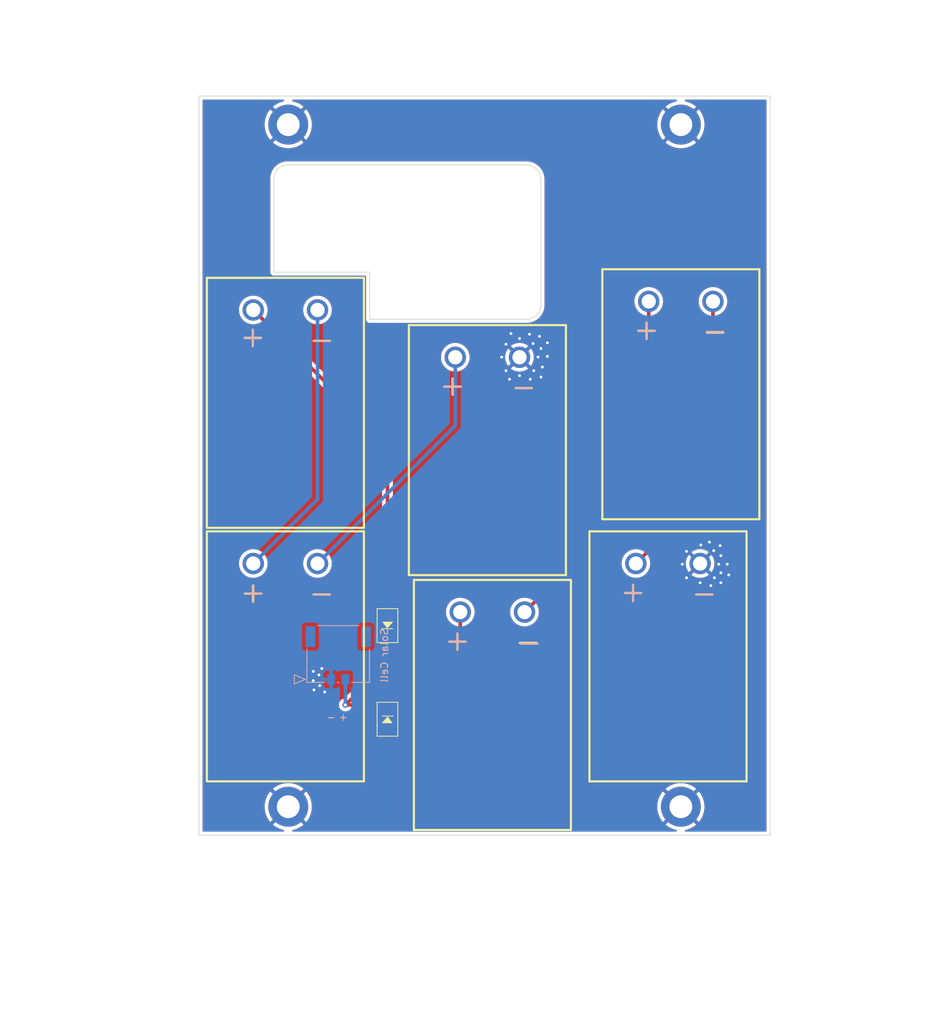
<source format=kicad_pcb>
(kicad_pcb (version 20211014) (generator pcbnew)
  (title_block (title "Solar Panel (USB side)") (date "2023-02-06") (rev "4"))
  (layers (0 "F.Cu" signal) (31 "B.Cu" signal) (34 "B.Paste" user) (35 "F.Paste" user) (36 "B.SilkS" user "B.Silkscreen") (37 "F.SilkS" user "F.Silkscreen") (38 "B.Mask" user) (39 "F.Mask" user) (44 "Edge.Cuts" user))
  (net 0 "")
  (net 1 "GND")
  (net 2 "Net-(SC1-Pad2)")
  (net 3 "Net-(D1-Pad2)")
  (net 4 "Net-(D2-Pad2)")
  (net 5 "Net-(SC2-Pad2)")
  (net 6 "Net-(SC4-Pad2)")
  (net 7 "Net-(SC5-Pad2)")
  (net 8 "VSOLAR")
  (footprint "MountingHole:MountingHole_3.2mm_M3_DIN965_Pad" (layer "F.Cu") (at 84.6 42.75)
    (fp_text reference "H1")
    (fp_text value "MountingHole_Pad")
    (pad "1" thru_hole circle (at 0 0) (size 5.6 5.6) (drill 3.2) (layers *.Cu *.Mask) (net 1 "GND"))
  )
  (footprint "ISP:SM101K07TF" (layer "F.Cu") (at 113.7 124 90)
    (fp_text reference "SC1")
    (fp_text value "SM101K07TF")
    (fp_text user "+" (at 8.85 -5.63 90) (layer "B.SilkS") (effects (font (size 3 3) (thickness 0.3)) (justify mirror)))
    (fp_text user "-" (at 8.92 4.5 180) (layer "F.SilkS") (effects (font (size 3 3) (thickness 0.3))))
    (fp_line (start 17.5 10.5) (end -17.5 10.5) (layer "F.SilkS") (width 0.3))
    (fp_line (start -17.5 10.5) (end -17.5 -11.5) (layer "F.SilkS") (width 0.3))
    (fp_line (start -17.5 -11.5) (end 17.5 -11.5) (layer "F.SilkS") (width 0.3))
    (fp_line (start 17.5 -11.5) (end 17.5 10.5) (layer "F.SilkS") (width 0.3))
    (pad "1" thru_hole circle (at 13 -5 90) (size 3 3) (drill 2) (layers *.Mask "F.Cu" "In1.Cu" "B.Cu") (net 3 "Net-(D1-Pad2)"))
    (pad "2" thru_hole circle (at 13 4 90) (size 3 3) (drill 2) (layers *.Mask "F.Cu" "In1.Cu" "B.Cu") (net 2 "Net-(SC1-Pad2)"))
  )
  (footprint "ISP:SM101K07TF" (layer "F.Cu") (at 138.3 117.2 90)
    (fp_text reference "SC3")
    (fp_text value "SM101K07TF")
    (fp_text user "+" (at 8.89 -5.62 90) (layer "B.SilkS") (effects (font (size 3 3) (thickness 0.3))))
    (fp_text user "-" (at 8.89 4.58) (layer "F.SilkS") (effects (font (size 3 3) (thickness 0.3))))
    (fp_line (start 17.5 -11.5) (end 17.5 10.5) (layer "F.SilkS") (width 0.3))
    (fp_line (start -17.5 10.5) (end -17.5 -11.5) (layer "F.SilkS") (width 0.3))
    (fp_line (start 17.5 10.5) (end -17.5 10.5) (layer "F.SilkS") (width 0.3))
    (fp_line (start -17.5 -11.5) (end 17.5 -11.5) (layer "F.SilkS") (width 0.3))
    (pad "1" thru_hole circle (at 13 -5 90) (size 3 3) (drill 2) (layers *.Mask "F.Cu" "In1.Cu" "B.Cu") (net 5 "Net-(SC2-Pad2)"))
    (pad "2" thru_hole circle (at 13 4 90) (size 3 3) (drill 2) (layers *.Mask "F.Cu" "In1.Cu" "B.Cu") (net 1 "GND"))
  )
  (footprint "ISP:DO-214AC" (layer "F.Cu") (at 98.5 112.9 90)
    (fp_text reference "D2")
    (fp_text value "CDBA240LL-HF")
    (fp_line (start -2.375 -1.45) (end 2.375 -1.45) (layer "F.SilkS") (width 0.12))
    (fp_line (start -2.375 1.45) (end 2.375 1.45) (layer "F.SilkS") (width 0.12))
    (fp_line (start -2.375 1.45) (end -2.375 -1.45) (layer "F.SilkS") (width 0.12))
    (fp_line (start 2.375 1.45) (end 2.375 -1.45) (layer "F.SilkS") (width 0.12))
    (fp_line (start -0.4318 -0.8128) (end -0.4318 0.7366) (layer "F.SilkS") (width 0.12))
    (fp_poly (pts (xy 0.508 0.7112) (xy -0.3048 -0.0254) (xy 0.508 -0.635)) (layer "F.SilkS") (width 0.1) (fill solid))
    (pad "1" smd rect (at -2 0 90) (size 2.5 1.7) (layers "F.Cu" "F.Paste" "F.Mask") (net 8 "VSOLAR"))
    (pad "2" smd rect (at 2 0 90) (size 2.5 1.7) (layers "F.Cu" "F.Paste" "F.Mask") (net 4 "Net-(D2-Pad2)"))
  )
  (footprint "MountingHole:MountingHole_3.2mm_M3_DIN965_Pad" (layer "F.Cu") (at 139.6 138.25)
    (fp_text reference "H7")
    (fp_text value "MountingHole_Pad")
    (pad "1" thru_hole circle (at 0 0) (size 5.6 5.6) (drill 3.2) (layers *.Cu *.Mask) (net 1 "GND"))
  )
  (footprint "ISP:SM101K07TF" (layer "F.Cu") (at 84.7 117.2 90)
    (fp_text reference "SC5")
    (fp_text value "SM101K07TF")
    (fp_text user "+" (at 8.8 -5.2 90) (layer "B.SilkS") (effects (font (size 3 3) (thickness 0.3))))
    (fp_text user "-" (at 8.89 4.58) (layer "F.SilkS") (effects (font (size 3 3) (thickness 0.3))))
    (fp_line (start -17.5 -11.5) (end 17.5 -11.5) (layer "F.SilkS") (width 0.3))
    (fp_line (start 17.5 -11.5) (end 17.5 10.5) (layer "F.SilkS") (width 0.3))
    (fp_line (start -17.5 10.5) (end -17.5 -11.5) (layer "F.SilkS") (width 0.3))
    (fp_line (start 17.5 10.5) (end -17.5 10.5) (layer "F.SilkS") (width 0.3))
    (pad "1" thru_hole circle (at 13 -5 90) (size 3 3) (drill 2) (layers *.Mask "F.Cu" "In1.Cu" "B.Cu") (net 6 "Net-(SC4-Pad2)"))
    (pad "2" thru_hole circle (at 13 4 90) (size 3 3) (drill 2) (layers *.Mask "F.Cu" "In1.Cu" "B.Cu") (net 7 "Net-(SC5-Pad2)"))
  )
  (footprint "ISP:SM101K07TF" (layer "F.Cu") (at 140.1 80.5 90)
    (fp_text reference "SC2")
    (fp_text value "SM101K07TF")
    (fp_text user "+" (at 8.9 -5.56 90) (layer "B.SilkS") (effects (font (size 3 3) (thickness 0.3))))
    (fp_line (start -17.5 10.5) (end -17.5 -11.5) (layer "F.SilkS") (width 0.3))
    (fp_line (start 17.5 10.5) (end -17.5 10.5) (layer "F.SilkS") (width 0.3))
    (fp_line (start 17.5 -11.5) (end 17.5 10.5) (layer "F.SilkS") (width 0.3))
    (fp_line (start -17.5 -11.5) (end 17.5 -11.5) (layer "F.SilkS") (width 0.3))
    (pad "1" thru_hole circle (at 13 -5 90) (size 3 3) (drill 2) (layers *.Mask "F.Cu" "In1.Cu" "B.Cu") (net 2 "Net-(SC1-Pad2)"))
    (pad "2" thru_hole circle (at 13 4 90) (size 3 3) (drill 2) (layers *.Mask "F.Cu" "In1.Cu" "B.Cu") (net 5 "Net-(SC2-Pad2)"))
  )
  (footprint "ISP:DO-214AC" (layer "F.Cu") (at 98.5 126 -90)
    (fp_text reference "D1")
    (fp_text value "CDBA240LL-HF")
    (fp_line (start -0.4318 -0.8128) (end -0.4318 0.7366) (layer "F.SilkS") (width 0.12))
    (fp_line (start -2.375 1.45) (end 2.375 1.45) (layer "F.SilkS") (width 0.12))
    (fp_line (start -2.375 -1.45) (end 2.375 -1.45) (layer "F.SilkS") (width 0.12))
    (fp_line (start -2.375 1.45) (end -2.375 -1.45) (layer "F.SilkS") (width 0.12))
    (fp_line (start 2.375 1.45) (end 2.375 -1.45) (layer "F.SilkS") (width 0.12))
    (fp_poly (pts (xy 0.508 0.7112) (xy -0.3048 -0.0254) (xy 0.508 -0.635)) (layer "F.SilkS") (width 0.1) (fill solid))
    (pad "1" smd rect (at -2 0 270) (size 2.5 1.7) (layers "F.Cu" "F.Paste" "F.Mask") (net 8 "VSOLAR"))
    (pad "2" smd rect (at 2 0 270) (size 2.5 1.7) (layers "F.Cu" "F.Paste" "F.Mask") (net 3 "Net-(D1-Pad2)"))
  )
  (footprint "MountingHole:MountingHole_3.2mm_M3_DIN965_Pad" (layer "F.Cu") (at 84.6 138.25)
    (fp_text reference "H5")
    (fp_text value "MountingHole_Pad")
    (pad "1" thru_hole circle (at 0 0) (size 5.6 5.6) (drill 3.2) (layers *.Cu *.Mask) (net 1 "GND"))
  )
  (footprint "ISP:SM101K07TF" (layer "F.Cu") (at 84.7 81.7 90)
    (fp_text reference "SC4")
    (fp_text value "SM101K07TF")
    (fp_text user "-" (at 8.89 4.6 180) (layer "B.SilkS") (effects (font (size 3 3) (thickness 0.3)) (justify mirror)))
    (fp_text user "+" (at 9.1 -5.3 90) (layer "F.SilkS") (effects (font (size 3 3) (thickness 0.3))))
    (fp_line (start 17.5 10.5) (end -17.5 10.5) (layer "F.SilkS") (width 0.3))
    (fp_line (start -17.5 -11.5) (end 17.5 -11.5) (layer "F.SilkS") (width 0.3))
    (fp_line (start -17.5 10.5) (end -17.5 -11.5) (layer "F.SilkS") (width 0.3))
    (fp_line (start 17.5 -11.5) (end 17.5 10.5) (layer "F.SilkS") (width 0.3))
    (pad "1" thru_hole circle (at 13 -5 90) (size 3 3) (drill 2) (layers *.Mask "F.Cu" "In1.Cu" "B.Cu") (net 4 "Net-(D2-Pad2)"))
    (pad "2" thru_hole circle (at 13 4 90) (size 3 3) (drill 2) (layers *.Mask "F.Cu" "In1.Cu" "B.Cu") (net 6 "Net-(SC4-Pad2)"))
  )
  (footprint "MountingHole:MountingHole_3.2mm_M3_DIN965_Pad" (layer "F.Cu") (at 139.6 42.75)
    (fp_text reference "H4")
    (fp_text value "MountingHole_Pad")
    (pad "1" thru_hole circle (at 0 0) (size 5.6 5.6) (drill 3.2) (layers *.Cu *.Mask) (net 1 "GND"))
  )
  (footprint "ISP:SM101K07TF" (layer "F.Cu") (at 113 88.32 90)
    (fp_text reference "SC6")
    (fp_text value "SM101K07TF")
    (fp_text user "-" (at 8.89 4.58 180) (layer "B.SilkS") (effects (font (size 3 3) (thickness 0.3)) (justify mirror)))
    (fp_text user "+" (at 8.89 -5.58 90) (layer "B.SilkS") (effects (font (size 3 3) (thickness 0.3))))
    (fp_line (start -17.5 -11.5) (end 17.5 -11.5) (layer "F.SilkS") (width 0.3))
    (fp_line (start 17.5 -11.5) (end 17.5 10.5) (layer "F.SilkS") (width 0.3))
    (fp_line (start 17.5 10.5) (end -17.5 10.5) (layer "F.SilkS") (width 0.3))
    (fp_line (start -17.5 10.5) (end -17.5 -11.5) (layer "F.SilkS") (width 0.3))
    (pad "1" thru_hole circle (at 13 -5 90) (size 3 3) (drill 2) (layers *.Mask "F.Cu" "In1.Cu" "B.Cu") (net 7 "Net-(SC5-Pad2)"))
    (pad "2" thru_hole circle (at 13 4 90) (size 3 3) (drill 2) (layers *.Mask "F.Cu" "In1.Cu" "B.Cu") (net 1 "GND"))
  )
  (footprint "Molex_PicoLock_2p_2mm_2053380002:2053380002" (layer "B.Cu") (at 90.605 120.42 180)
    (fp_text reference "J1")
    (fp_text value "Solar Cell" (at -7.475 3.34 270) (layer "B.SilkS") (effects (justify mirror)))
    (fp_line (start 3.628992 0) (end 5.152992 0.635) (layer "B.SilkS") (width 0.12))
    (fp_line (start -5.374991 4.20496) (end -5.374991 -0.425) (layer "B.SilkS") (width 0.12))
    (fp_line (start -5.374991 -0.425) (end -2.870041 -0.425) (layer "B.SilkS") (width 0.12))
    (fp_line (start 3.374992 -0.425) (end 3.374992 4.20496) (layer "B.SilkS") (width 0.12))
    (fp_line (start 5.152992 0.635) (end 5.152992 -0.635) (layer "B.SilkS") (width 0.12))
    (fp_line (start -1.129961 -0.425) (end -0.87004 -0.425) (layer "B.SilkS") (width 0.12))
    (fp_line (start 5.152992 -0.635) (end 3.628992 0) (layer "B.SilkS") (width 0.12))
    (fp_line (start 0.87004 -0.425) (end 3.374992 -0.425) (layer "B.SilkS") (width 0.12))
    (fp_line (start 1.915982 7.525) (end -3.915981 7.525) (layer "B.SilkS") (width 0.12))
    (pad "1" smd rect (at 0 0 180) (size 1.1 1.45) (layers "B.Cu" "B.Paste" "B.Mask") (net 1 "GND"))
    (pad "2" smd rect (at -2.000001 0 180) (size 1.1 1.45) (layers "B.Cu" "B.Paste" "B.Mask") (net 8 "VSOLAR"))
    (pad "3" smd rect (at 2.894998 5.974999 180) (size 1.35 2.899999) (layers "B.Cu" "B.Paste" "B.Mask"))
    (pad "4" smd rect (at -4.894997 5.974999 180) (size 1.35 2.899999) (layers "B.Cu" "B.Paste" "B.Mask"))
  )
  (gr_line (start 143.6 38.75) (end 152.1 38.75) (layer "Edge.Cuts") (width 0.1))
  (gr_line (start 96 70) (end 96 63.4) (layer "Edge.Cuts") (width 0.1))
  (gr_line (start 80.6 142.25) (end 88.6 142.25) (layer "Edge.Cuts") (width 0.1))
  (gr_line (start 135.6 142.25) (end 88.6 142.25) (layer "Edge.Cuts") (width 0.1))
  (gr_line (start 80.65 38.75) (end 88.65 38.75) (layer "Edge.Cuts") (width 0.1))
  (gr_line (start 135.6 38.75) (end 143.6 38.75) (layer "Edge.Cuts") (width 0.1))
  (gr_line (start 152.1 38.75) (end 152.1 142.25) (layer "Edge.Cuts") (width 0.1))
  (gr_line (start 80.6 142.25) (end 72.1 142.25) (layer "Edge.Cuts") (width 0.1))
  (gr_line (start 82.6 63.4) (end 82.6 50.414214) (layer "Edge.Cuts") (width 0.1))
  (gr_line (start 143.6 142.25) (end 152.1 142.25) (layer "Edge.Cuts") (width 0.1))
  (gr_line (start 96 70) (end 117.99436 70) (layer "Edge.Cuts") (width 0.1))
  (gr_arc (start 120 68.085786) (mid 119.379544 69.443519) (end 117.99436 70) (layer "Edge.Cuts") (width 0.1))
  (gr_arc (start 117.989127 48.4) (mid 119.403845 48.998504) (end 120 50.414214) (layer "Edge.Cuts") (width 0.1))
  (gr_arc (start 82.6 50.414214) (mid 83.150133 48.960414) (end 84.6 48.4) (layer "Edge.Cuts") (width 0.1))
  (gr_line (start 135.6 142.25) (end 143.6 142.25) (layer "Edge.Cuts") (width 0.1))
  (gr_line (start 120 50.414214) (end 120 68.085786) (layer "Edge.Cuts") (width 0.1))
  (gr_line (start 88.65 38.75) (end 135.6 38.75) (layer "Edge.Cuts") (width 0.1))
  (gr_line (start 84.6 48.4) (end 117.989127 48.4) (layer "Edge.Cuts") (width 0.1))
  (gr_line (start 80.65 38.75) (end 72.1 38.75) (layer "Edge.Cuts") (width 0.1))
  (gr_line (start 72.1 142.25) (end 72.1 38.75) (layer "Edge.Cuts") (width 0.1))
  (gr_line (start 96 63.4) (end 82.6 63.4) (layer "Edge.Cuts") (width 0.1))
  (gr_text "-\n" (at 90.62 125.72) (layer "B.SilkS") (effects (font (size 1 1)) (justify mirror)))
  (gr_text "-" (at 89.3 108.3) (layer "B.SilkS") (effects (font (size 3 3) (thickness 0.3))))
  (gr_text "+" (at 92.32 125.7) (layer "B.SilkS") (effects (font (size 1 1)) (justify mirror)))
  (gr_text "-" (at 118.39 115.2) (layer "B.SilkS") (effects (font (size 3 3) (thickness 0.3))))
  (gr_text "-" (at 144.4 72 180) (layer "B.SilkS") (effects (font (size 3 3) (thickness 0.3))))
  (gr_text "+" (at 79.63 72.42) (layer "B.SilkS") (effects (font (size 3 3) (thickness 0.3))))
  (gr_text "-" (at 142.9 108.3) (layer "B.SilkS") (effects (font (size 3 3) (thickness 0.3))))
  (gr_text "+" (at 132.9 108.1) (layer "F.SilkS") (effects (font (size 3 3) (thickness 0.3))))
  (gr_text "+" (at 134.8 71.4) (layer "F.SilkS") (effects (font (size 3 3) (thickness 0.3))))
  (gr_text "-" (at 144.4 72.1 -180) (layer "F.SilkS") (effects (font (size 3 3) (thickness 0.3)) (justify mirror)))
  (gr_text "-" (at 89.3 72.8) (layer "F.SilkS") (effects (font (size 3 3) (thickness 0.3))))
  (gr_text "-" (at 117.6 79.4) (layer "F.SilkS") (effects (font (size 3 3) (thickness 0.3))))
  (gr_text "+" (at 79.66 108.19) (layer "F.SilkS") (effects (font (size 3 3) (thickness 0.3))))
  (gr_text "+" (at 108.3 114.9) (layer "F.SilkS") (effects (font (size 3 3) (thickness 0.3))))
  (gr_text "+" (at 107.6 79.2) (layer "F.SilkS") (effects (font (size 3 3) (thickness 0.3))))
  (via (at 146.1 104.3) (size 0.8) (drill 0.4) (layers "F.Cu" "B.Cu") (net 1))
  (via (at 145.2 106.9) (size 0.8) (drill 0.4) (layers "F.Cu" "B.Cu") (net 1))
  (via (at 144.3 106.2) (size 0.8) (drill 0.4) (layers "F.Cu" "B.Cu") (net 1))
  (via (at 142.4 101.6) (size 0.8) (drill 0.4) (layers "F.Cu" "B.Cu") (net 1))
  (via (at 120 78.1) (size 0.8) (drill 0.4) (layers "F.Cu" "B.Cu") (net 1))
  (via (at 144.2 102.4) (size 0.8) (drill 0.4) (layers "F.Cu" "B.Cu") (net 1))
  (via (at 120.9 73.3) (size 0.8) (drill 0.4) (layers "F.Cu" "B.Cu") (net 1))
  (via (at 140.4 102.5) (size 0.8) (drill 0.4) (layers "F.Cu" "B.Cu") (net 1))
  (via (at 117 77.9) (size 0.8) (drill 0.4) (layers "F.Cu" "B.Cu") (net 1))
  (via (at 118.4 72.1) (size 0.8) (drill 0.4) (layers "F.Cu" "B.Cu") (net 1))
  (via (at 120.9 75.2) (size 0.8) (drill 0.4) (layers "F.Cu" "B.Cu") (net 1))
  (via (at 115.6 78.4) (size 0.8) (drill 0.4) (layers "F.Cu" "B.Cu") (net 1))
  (via (at 118.9 73.4) (size 0.8) (drill 0.4) (layers "F.Cu" "B.Cu") (net 1))
  (via (at 89.3 118.9) (size 0.8) (drill 0.4) (layers "F.Cu" "B.Cu") (net 1))
  (via (at 88.1 120.6) (size 0.8) (drill 0.4) (layers "F.Cu" "B.Cu") (net 1))
  (via (at 114.5 75.3) (size 0.8) (drill 0.4) (layers "F.Cu" "B.Cu") (net 1))
  (via (at 115.1 73.5) (size 0.8) (drill 0.4) (layers "F.Cu" "B.Cu") (net 1))
  (via (at 142.3 106.9) (size 0.8) (drill 0.4) (layers "F.Cu" "B.Cu") (net 1))
  (via (at 120.2 76.7) (size 0.8) (drill 0.4) (layers "F.Cu" "B.Cu") (net 1))
  (via (at 88.2 121.9) (size 0.8) (drill 0.4) (layers "F.Cu" "B.Cu") (net 1))
  (via (at 119.6 75.3) (size 0.8) (drill 0.4) (layers "F.Cu" "B.Cu") (net 1))
  (via (at 89 121.3) (size 0.8) (drill 0.4) (layers "F.Cu" "B.Cu") (net 1))
  (via (at 145.2 105.5) (size 0.8) (drill 0.4) (layers "F.Cu" "B.Cu") (net 1))
  (via (at 120 74.1) (size 0.8) (drill 0.4) (layers "F.Cu" "B.Cu") (net 1))
  (via (at 88.1 119.3) (size 0.8) (drill 0.4) (layers "F.Cu" "B.Cu") (net 1))
  (via (at 144.9 104.3) (size 0.8) (drill 0.4) (layers "F.Cu" "B.Cu") (net 1))
  (via (at 115.8 72) (size 0.8) (drill 0.4) (layers "F.Cu" "B.Cu") (net 1))
  (via (at 140.4 106.2) (size 0.8) (drill 0.4) (layers "F.Cu" "B.Cu") (net 1))
  (via (at 119 77.2) (size 0.8) (drill 0.4) (layers "F.Cu" "B.Cu") (net 1))
  (via (at 88.9 119.8) (size 0.8) (drill 0.4) (layers "F.Cu" "B.Cu") (net 1))
  (via (at 117 72.7) (size 0.8) (drill 0.4) (layers "F.Cu" "B.Cu") (net 1))
  (via (at 118.5 78.4) (size 0.8) (drill 0.4) (layers "F.Cu" "B.Cu") (net 1))
  (via (at 139.8 104.3) (size 0.8) (drill 0.4) (layers "F.Cu" "B.Cu") (net 1))
  (via (at 145.2 103.1) (size 0.8) (drill 0.4) (layers "F.Cu" "B.Cu") (net 1))
  (via (at 115.1 77.2) (size 0.8) (drill 0.4) (layers "F.Cu" "B.Cu") (net 1))
  (via (at 89.7 122.2) (size 0.8) (drill 0.4) (layers "F.Cu" "B.Cu") (net 1))
  (via (at 143.8 107.3) (size 0.8) (drill 0.4) (layers "F.Cu" "B.Cu") (net 1))
  (via (at 119.8 72.4) (size 0.8) (drill 0.4) (layers "F.Cu" "B.Cu") (net 1))
  (via (at 145.1 101.7) (size 0.8) (drill 0.4) (layers "F.Cu" "B.Cu") (net 1))
  (via (at 143.6 101.2) (size 0.8) (drill 0.4) (layers "F.Cu" "B.Cu") (net 1))
  (via (at 146.3 105.8) (size 0.8) (drill 0.4) (layers "F.Cu" "B.Cu") (net 1))
  (segment (start 135.1 93.6) (end 117.7 111) (width 0.5) (layer "F.Cu") (net 2))
  (segment (start 135.1 67.5) (end 135.1 93.6) (width 0.5) (layer "F.Cu") (net 2))
  (segment (start 98.5 128) (end 100.3 128) (width 0.5) (layer "F.Cu") (net 3))
  (segment (start 108.7 119.6) (end 108.7 111) (width 0.5) (layer "F.Cu") (net 3))
  (segment (start 100.3 128) (end 108.7 119.6) (width 0.5) (layer "F.Cu") (net 3))
  (segment (start 79.7 68.7) (end 98.5 87.5) (width 0.5) (layer "F.Cu") (net 4))
  (segment (start 98.5 87.5) (end 98.5 110.9) (width 0.5) (layer "F.Cu") (net 4))
  (segment (start 144.1 93.4) (end 133.3 104.2) (width 0.5) (layer "F.Cu") (net 5))
  (segment (start 144.1 67.5) (end 144.1 93.4) (width 0.5) (layer "F.Cu") (net 5))
  (segment (start 88.7 68.7) (end 88.7 95.2) (width 0.5) (layer "B.Cu") (net 6))
  (segment (start 88.7 95.2) (end 79.7 104.2) (width 0.5) (layer "B.Cu") (net 6))
  (segment (start 108 84.9) (end 88.7 104.2) (width 0.5) (layer "B.Cu") (net 7))
  (segment (start 108 75.32) (end 108 84.9) (width 0.5) (layer "B.Cu") (net 7))
  (segment (start 92.6 124) (end 98.5 124) (width 0.5) (layer "F.Cu") (net 8))
  (segment (start 92.6 124) (end 98.5 118.1) (width 0.5) (layer "F.Cu") (net 8))
  (segment (start 98.5 118.1) (end 98.5 114.9) (width 0.5) (layer "F.Cu") (net 8))
  (via (at 92.6 124) (size 0.8) (drill 0.4) (layers "F.Cu" "B.Cu") (net 8))
  (segment (start 92.605001 123.994999) (end 92.605001 120.42) (width 0.5) (layer "B.Cu") (net 8))
  (zone (net 1) (net_name "GND") (layers F&B.Cu) (connect_pads (clearance 0.508)) (min_thickness 0.254) (fill yes (thermal_gap 0.508) (thermal_bridge_width 0.508))
    (polygon (pts (xy 153.800938 37.106923) (xy 153.700938 143.006923) (xy 70.400938 143.406923) (xy 70.000938 36.906923)))
  )
)
</source>
